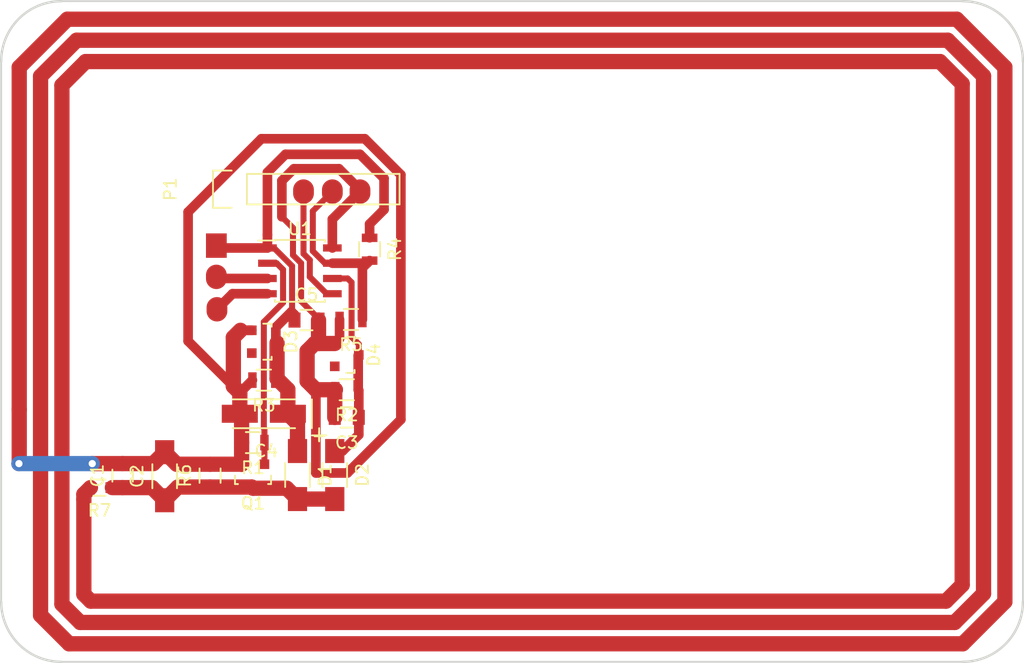
<source format=kicad_pcb>
(kicad_pcb (version 20160815) (host pcbnew 201609201018+7184~55~ubuntu14.04.1-)

  (general
    (links 40)
    (no_connects 0)
    (area 94.899999 64.899999 180.100001 120.100001)
    (thickness 1.6)
    (drawings 8)
    (tracks 155)
    (zones 0)
    (modules 19)
    (nets 10)
  )

  (page A4)
  (layers
    (0 F.Cu signal)
    (31 B.Cu signal)
    (32 B.Adhes user)
    (33 F.Adhes user)
    (34 B.Paste user)
    (35 F.Paste user)
    (36 B.SilkS user)
    (37 F.SilkS user)
    (38 B.Mask user)
    (39 F.Mask user)
    (40 Dwgs.User user)
    (41 Cmts.User user)
    (42 Eco1.User user)
    (43 Eco2.User user)
    (44 Edge.Cuts user)
    (45 Margin user)
    (46 B.CrtYd user)
    (47 F.CrtYd user)
    (48 B.Fab user)
    (49 F.Fab user)
  )

  (setup
    (last_trace_width 1.27)
    (user_trace_width 0.5)
    (user_trace_width 0.8)
    (user_trace_width 1.27)
    (trace_clearance 0.2)
    (zone_clearance 0.508)
    (zone_45_only no)
    (trace_min 0.2)
    (segment_width 0.2)
    (edge_width 0.2)
    (via_size 1)
    (via_drill 0.6)
    (via_min_size 0.4)
    (via_min_drill 0.3)
    (uvia_size 0.3)
    (uvia_drill 0.1)
    (uvias_allowed no)
    (uvia_min_size 0.2)
    (uvia_min_drill 0.1)
    (pcb_text_width 0.3)
    (pcb_text_size 1.5 1.5)
    (mod_edge_width 0.15)
    (mod_text_size 1 1)
    (mod_text_width 0.15)
    (pad_size 0.8001 0.8001)
    (pad_drill 0)
    (pad_to_mask_clearance 0.2)
    (aux_axis_origin 95 120)
    (visible_elements FFFFFF7F)
    (pcbplotparams
      (layerselection 0x01000_7fffffff)
      (usegerberextensions false)
      (excludeedgelayer true)
      (linewidth 0.100000)
      (plotframeref false)
      (viasonmask false)
      (mode 1)
      (useauxorigin true)
      (hpglpennumber 1)
      (hpglpenspeed 20)
      (hpglpendiameter 15)
      (psnegative false)
      (psa4output false)
      (plotreference true)
      (plotvalue true)
      (plotinvisibletext false)
      (padsonsilk false)
      (subtractmaskfromsilk false)
      (outputformat 1)
      (mirror false)
      (drillshape 0)
      (scaleselection 1)
      (outputdirectory grb/))
  )

  (net 0 "")
  (net 1 GND)
  (net 2 /MOD_RX)
  (net 3 VCC)
  (net 4 /FREE0)
  (net 5 /FREE1)
  (net 6 /FREE2)
  (net 7 /FREE3)
  (net 8 /MOD_TX)
  (net 9 "Net-(C1-Pad1)")

  (net_class Default "This is the default net class."
    (clearance 0.2)
    (trace_width 0.25)
    (via_dia 1)
    (via_drill 0.6)
    (uvia_dia 0.3)
    (uvia_drill 0.1)
    (diff_pair_gap 0.25)
    (diff_pair_width 0.2)
    (add_net /FREE0)
    (add_net /FREE1)
    (add_net /FREE2)
    (add_net /FREE3)
    (add_net /MOD_RX)
    (add_net /MOD_TX)
    (add_net GND)
    (add_net "Net-(C1-Pad1)")
    (add_net VCC)
  )

  (module Resistors_SMD:R_0603 (layer F.Cu) (tedit 57EAA1BF) (tstamp 57EA8D62)
    (at 103.175 105.5 180)
    (descr "Resistor SMD 0603, reflow soldering, Vishay (see dcrcw.pdf)")
    (tags "resistor 0603")
    (path /57EA8A61)
    (attr smd)
    (fp_text reference R7 (at 0 -1.9 180) (layer F.SilkS)
      (effects (font (size 1 1) (thickness 0.15)))
    )
    (fp_text value 0R (at 0 1.9 180) (layer F.Fab)
      (effects (font (size 1 1) (thickness 0.15)))
    )
    (fp_line (start -1.3 -0.8) (end 1.3 -0.8) (layer F.CrtYd) (width 0.05))
    (fp_line (start -1.3 0.8) (end 1.3 0.8) (layer F.CrtYd) (width 0.05))
    (fp_line (start -1.3 -0.8) (end -1.3 0.8) (layer F.CrtYd) (width 0.05))
    (fp_line (start 1.3 -0.8) (end 1.3 0.8) (layer F.CrtYd) (width 0.05))
    (fp_line (start 0.5 0.675) (end -0.5 0.675) (layer F.SilkS) (width 0.15))
    (fp_line (start -0.5 -0.675) (end 0.5 -0.675) (layer F.SilkS) (width 0.15))
    (pad 2 smd rect (at 0.75 0 180) (size 0.5 0.9) (layers F.Cu F.Paste F.Mask)
      (net 1 GND))
    (pad 1 smd rect (at -0.75 0 180) (size 0.5 0.9) (layers F.Cu F.Paste F.Mask)
      (net 9 "Net-(C1-Pad1)"))
    (model Resistors_SMD.3dshapes/R_0603.wrl
      (at (xyz 0 0 0))
      (scale (xyz 1 1 1))
      (rotate (xyz 0 0 0))
    )
  )

  (module Capacitors_SMD:C_0805 (layer F.Cu) (tedit 57EAA2DC) (tstamp 57EA7783)
    (at 105.1 104.5 90)
    (descr "Capacitor SMD 0805, reflow soldering, AVX (see smccp.pdf)")
    (tags "capacitor 0805")
    (path /57EA5D0D)
    (attr smd)
    (fp_text reference C1 (at 0 -2.1 90) (layer F.SilkS)
      (effects (font (size 1 1) (thickness 0.15)))
    )
    (fp_text value C (at 0 2.1 90) (layer F.Fab)
      (effects (font (size 1 1) (thickness 0.15)))
    )
    (fp_line (start -1.8 -1) (end 1.8 -1) (layer F.CrtYd) (width 0.05))
    (fp_line (start -1.8 1) (end 1.8 1) (layer F.CrtYd) (width 0.05))
    (fp_line (start -1.8 -1) (end -1.8 1) (layer F.CrtYd) (width 0.05))
    (fp_line (start 1.8 -1) (end 1.8 1) (layer F.CrtYd) (width 0.05))
    (fp_line (start 0.5 -0.85) (end -0.5 -0.85) (layer F.SilkS) (width 0.15))
    (fp_line (start -0.5 0.85) (end 0.5 0.85) (layer F.SilkS) (width 0.15))
    (pad 1 smd rect (at -1 0 90) (size 1 1.25) (layers F.Cu F.Paste F.Mask)
      (net 9 "Net-(C1-Pad1)"))
    (pad 2 smd rect (at 1 0 90) (size 1 1.25) (layers F.Cu F.Paste F.Mask)
      (net 1 GND))
    (model Capacitors_SMD.3dshapes/C_0805.wrl
      (at (xyz 0 0 0))
      (scale (xyz 1 1 1))
      (rotate (xyz 0 0 0))
    )
  )

  (module Capacitors_SMD:C_1206_HandSoldering (layer F.Cu) (tedit 57EAA2DC) (tstamp 57EA7789)
    (at 108.6 104.55 90)
    (descr "Capacitor SMD 1206, hand soldering")
    (tags "capacitor 1206")
    (path /57EA5D63)
    (attr smd)
    (fp_text reference C2 (at 0 -2.3 90) (layer F.SilkS)
      (effects (font (size 1 1) (thickness 0.15)))
    )
    (fp_text value CTRIM (at 0 2.3 90) (layer F.Fab)
      (effects (font (size 1 1) (thickness 0.15)))
    )
    (fp_line (start -3.3 -1.15) (end 3.3 -1.15) (layer F.CrtYd) (width 0.05))
    (fp_line (start -3.3 1.15) (end 3.3 1.15) (layer F.CrtYd) (width 0.05))
    (fp_line (start -3.3 -1.15) (end -3.3 1.15) (layer F.CrtYd) (width 0.05))
    (fp_line (start 3.3 -1.15) (end 3.3 1.15) (layer F.CrtYd) (width 0.05))
    (fp_line (start 1 -1.025) (end -1 -1.025) (layer F.SilkS) (width 0.15))
    (fp_line (start -1 1.025) (end 1 1.025) (layer F.SilkS) (width 0.15))
    (pad 1 smd rect (at -2 0 90) (size 2 1.6) (layers F.Cu F.Paste F.Mask)
      (net 9 "Net-(C1-Pad1)"))
    (pad 2 smd rect (at 2 0 90) (size 2 1.6) (layers F.Cu F.Paste F.Mask)
      (net 1 GND))
    (model Capacitors_SMD.3dshapes/C_1206_HandSoldering.wrl
      (at (xyz 0 0 0))
      (scale (xyz 1 1 1))
      (rotate (xyz 0 0 0))
    )
  )

  (module Capacitors_SMD:C_0805 (layer F.Cu) (tedit 57EAA2DC) (tstamp 57EA778F)
    (at 123.75 99.65 180)
    (descr "Capacitor SMD 0805, reflow soldering, AVX (see smccp.pdf)")
    (tags "capacitor 0805")
    (path /57EA6EBF)
    (attr smd)
    (fp_text reference C3 (at 0 -2.1 180) (layer F.SilkS)
      (effects (font (size 1 1) (thickness 0.15)))
    )
    (fp_text value C (at 0 2.1 180) (layer F.Fab)
      (effects (font (size 1 1) (thickness 0.15)))
    )
    (fp_line (start -0.5 0.85) (end 0.5 0.85) (layer F.SilkS) (width 0.15))
    (fp_line (start 0.5 -0.85) (end -0.5 -0.85) (layer F.SilkS) (width 0.15))
    (fp_line (start 1.8 -1) (end 1.8 1) (layer F.CrtYd) (width 0.05))
    (fp_line (start -1.8 -1) (end -1.8 1) (layer F.CrtYd) (width 0.05))
    (fp_line (start -1.8 1) (end 1.8 1) (layer F.CrtYd) (width 0.05))
    (fp_line (start -1.8 -1) (end 1.8 -1) (layer F.CrtYd) (width 0.05))
    (pad 2 smd rect (at 1 0 180) (size 1 1.25) (layers F.Cu F.Paste F.Mask)
      (net 1 GND))
    (pad 1 smd rect (at -1 0 180) (size 1 1.25) (layers F.Cu F.Paste F.Mask)
      (net 2 /MOD_RX))
    (model Capacitors_SMD.3dshapes/C_0805.wrl
      (at (xyz 0 0 0))
      (scale (xyz 1 1 1))
      (rotate (xyz 0 0 0))
    )
  )

  (module Capacitors_Tantalum_SMD:TantalC_SizeA_EIA-3216_HandSoldering (layer F.Cu) (tedit 57EAA2DC) (tstamp 57EA7795)
    (at 116.85 99.35 180)
    (descr "Tantal Cap. , Size A, EIA-3216, Hand Soldering,")
    (tags "Tantal Cap. , Size A, EIA-3216, Hand Soldering,")
    (path /57EAAB3E)
    (attr smd)
    (fp_text reference C4 (at -0.20066 -3.0988 180) (layer F.SilkS)
      (effects (font (size 1 1) (thickness 0.15)))
    )
    (fp_text value CP (at -0.09906 3.0988 180) (layer F.Fab)
      (effects (font (size 1 1) (thickness 0.15)))
    )
    (fp_line (start -3.99542 -1.19888) (end -3.99542 1.19888) (layer F.SilkS) (width 0.15))
    (fp_line (start -5.19938 -1.79832) (end -4.0005 -1.79832) (layer F.SilkS) (width 0.15))
    (fp_line (start -4.59994 -2.2987) (end -4.59994 -1.19888) (layer F.SilkS) (width 0.15))
    (fp_line (start 2.60096 -1.19888) (end -2.60096 -1.19888) (layer F.SilkS) (width 0.15))
    (fp_line (start -2.60096 1.19888) (end 2.60096 1.19888) (layer F.SilkS) (width 0.15))
    (fp_text user + (at -4.59994 -1.80086 180) (layer F.SilkS)
      (effects (font (size 1 1) (thickness 0.15)))
    )
    (pad 1 smd rect (at -1.99898 0 180) (size 2.99974 1.50114) (layers F.Cu F.Paste F.Mask)
      (net 3 VCC))
    (pad 2 smd rect (at 1.99898 0 180) (size 2.99974 1.50114) (layers F.Cu F.Paste F.Mask)
      (net 1 GND))
    (model Capacitors_Tantalum_SMD.3dshapes/TantalC_SizeA_EIA-3216_HandSoldering.wrl
      (at (xyz 0 0 0))
      (scale (xyz 1 1 1))
      (rotate (xyz 0 0 180))
    )
  )

  (module Capacitors_SMD:C_0805 (layer F.Cu) (tedit 57EAA2DC) (tstamp 57EA779B)
    (at 120.4 91.55)
    (descr "Capacitor SMD 0805, reflow soldering, AVX (see smccp.pdf)")
    (tags "capacitor 0805")
    (path /57EA9F14)
    (attr smd)
    (fp_text reference C5 (at 0 -2.1) (layer F.SilkS)
      (effects (font (size 1 1) (thickness 0.15)))
    )
    (fp_text value C (at 0 2.1) (layer F.Fab)
      (effects (font (size 1 1) (thickness 0.15)))
    )
    (fp_line (start -1.8 -1) (end 1.8 -1) (layer F.CrtYd) (width 0.05))
    (fp_line (start -1.8 1) (end 1.8 1) (layer F.CrtYd) (width 0.05))
    (fp_line (start -1.8 -1) (end -1.8 1) (layer F.CrtYd) (width 0.05))
    (fp_line (start 1.8 -1) (end 1.8 1) (layer F.CrtYd) (width 0.05))
    (fp_line (start 0.5 -0.85) (end -0.5 -0.85) (layer F.SilkS) (width 0.15))
    (fp_line (start -0.5 0.85) (end 0.5 0.85) (layer F.SilkS) (width 0.15))
    (pad 1 smd rect (at -1 0) (size 1 1.25) (layers F.Cu F.Paste F.Mask)
      (net 3 VCC))
    (pad 2 smd rect (at 1 0) (size 1 1.25) (layers F.Cu F.Paste F.Mask)
      (net 1 GND))
    (model Capacitors_SMD.3dshapes/C_0805.wrl
      (at (xyz 0 0 0))
      (scale (xyz 1 1 1))
      (rotate (xyz 0 0 0))
    )
  )

  (module Capacitors_SMD:C_1206_HandSoldering (layer F.Cu) (tedit 57EAA2DC) (tstamp 57EA77A1)
    (at 119.65 104.45 270)
    (descr "Capacitor SMD 1206, hand soldering")
    (tags "capacitor 1206")
    (path /57EA5F4B)
    (attr smd)
    (fp_text reference D1 (at 0 -2.3 270) (layer F.SilkS)
      (effects (font (size 1 1) (thickness 0.15)))
    )
    (fp_text value D_Schottky (at 0 2.3 270) (layer F.Fab)
      (effects (font (size 1 1) (thickness 0.15)))
    )
    (fp_line (start -1 1.025) (end 1 1.025) (layer F.SilkS) (width 0.15))
    (fp_line (start 1 -1.025) (end -1 -1.025) (layer F.SilkS) (width 0.15))
    (fp_line (start 3.3 -1.15) (end 3.3 1.15) (layer F.CrtYd) (width 0.05))
    (fp_line (start -3.3 -1.15) (end -3.3 1.15) (layer F.CrtYd) (width 0.05))
    (fp_line (start -3.3 1.15) (end 3.3 1.15) (layer F.CrtYd) (width 0.05))
    (fp_line (start -3.3 -1.15) (end 3.3 -1.15) (layer F.CrtYd) (width 0.05))
    (pad 2 smd rect (at 2 0 270) (size 2 1.6) (layers F.Cu F.Paste F.Mask)
      (net 9 "Net-(C1-Pad1)"))
    (pad 1 smd rect (at -2 0 270) (size 2 1.6) (layers F.Cu F.Paste F.Mask)
      (net 3 VCC))
    (model Capacitors_SMD.3dshapes/C_1206_HandSoldering.wrl
      (at (xyz 0 0 0))
      (scale (xyz 1 1 1))
      (rotate (xyz 0 0 0))
    )
  )

  (module Capacitors_SMD:C_1206_HandSoldering (layer F.Cu) (tedit 57EAA2DC) (tstamp 57EA77A7)
    (at 122.75 104.45 270)
    (descr "Capacitor SMD 1206, hand soldering")
    (tags "capacitor 1206")
    (path /57EA6FEF)
    (attr smd)
    (fp_text reference D2 (at 0 -2.3 270) (layer F.SilkS)
      (effects (font (size 1 1) (thickness 0.15)))
    )
    (fp_text value D (at 0 2.3 270) (layer F.Fab)
      (effects (font (size 1 1) (thickness 0.15)))
    )
    (fp_line (start -3.3 -1.15) (end 3.3 -1.15) (layer F.CrtYd) (width 0.05))
    (fp_line (start -3.3 1.15) (end 3.3 1.15) (layer F.CrtYd) (width 0.05))
    (fp_line (start -3.3 -1.15) (end -3.3 1.15) (layer F.CrtYd) (width 0.05))
    (fp_line (start 3.3 -1.15) (end 3.3 1.15) (layer F.CrtYd) (width 0.05))
    (fp_line (start 1 -1.025) (end -1 -1.025) (layer F.SilkS) (width 0.15))
    (fp_line (start -1 1.025) (end 1 1.025) (layer F.SilkS) (width 0.15))
    (pad 1 smd rect (at -2 0 270) (size 2 1.6) (layers F.Cu F.Paste F.Mask)
      (net 2 /MOD_RX))
    (pad 2 smd rect (at 2 0 270) (size 2 1.6) (layers F.Cu F.Paste F.Mask)
      (net 9 "Net-(C1-Pad1)"))
    (model Capacitors_SMD.3dshapes/C_1206_HandSoldering.wrl
      (at (xyz 0 0 0))
      (scale (xyz 1 1 1))
      (rotate (xyz 0 0 0))
    )
  )

  (module TO_SOT_Packages_SMD:SOT-23 (layer F.Cu) (tedit 57EAA2DC) (tstamp 57EA77AE)
    (at 116.85 93.35 270)
    (descr "SOT-23, Standard")
    (tags SOT-23)
    (path /57EA62A2)
    (attr smd)
    (fp_text reference D3 (at 0 -2.25 270) (layer F.SilkS)
      (effects (font (size 1 1) (thickness 0.15)))
    )
    (fp_text value ZENER (at 0 2.3 270) (layer F.Fab)
      (effects (font (size 1 1) (thickness 0.15)))
    )
    (fp_line (start 1.49982 -0.65024) (end 1.49982 0.0508) (layer F.SilkS) (width 0.15))
    (fp_line (start 1.29916 -0.65024) (end 1.49982 -0.65024) (layer F.SilkS) (width 0.15))
    (fp_line (start -1.49982 -0.65024) (end -1.2509 -0.65024) (layer F.SilkS) (width 0.15))
    (fp_line (start -1.49982 0.0508) (end -1.49982 -0.65024) (layer F.SilkS) (width 0.15))
    (fp_line (start 1.29916 -0.65024) (end 1.2509 -0.65024) (layer F.SilkS) (width 0.15))
    (fp_line (start -1.65 1.6) (end -1.65 -1.6) (layer F.CrtYd) (width 0.05))
    (fp_line (start 1.65 1.6) (end -1.65 1.6) (layer F.CrtYd) (width 0.05))
    (fp_line (start 1.65 -1.6) (end 1.65 1.6) (layer F.CrtYd) (width 0.05))
    (fp_line (start -1.65 -1.6) (end 1.65 -1.6) (layer F.CrtYd) (width 0.05))
    (pad 1 smd rect (at 0 -0.99822 270) (size 0.8001 0.8001) (layers F.Cu F.Paste F.Mask)
      (net 3 VCC))
    (pad 3 smd rect (at 0.95 1.00076 270) (size 0.8001 0.8001) (layers F.Cu F.Paste F.Mask))
    (pad 2 smd rect (at -0.95 1.00076 270) (size 0.8001 0.8001) (layers F.Cu F.Paste F.Mask)
      (net 1 GND))
    (model TO_SOT_Packages_SMD.3dshapes/SOT-23.wrl
      (at (xyz 0 0 0))
      (scale (xyz 1 1 1))
      (rotate (xyz 0 0 0))
    )
  )

  (module TO_SOT_Packages_SMD:SOT-23 (layer F.Cu) (tedit 57EAA2DC) (tstamp 57EA77B5)
    (at 123.75 94.45 270)
    (descr "SOT-23, Standard")
    (tags SOT-23)
    (path /57EAA3A1)
    (attr smd)
    (fp_text reference D4 (at 0 -2.25 270) (layer F.SilkS)
      (effects (font (size 1 1) (thickness 0.15)))
    )
    (fp_text value ZENER (at 0 2.3 270) (layer F.Fab)
      (effects (font (size 1 1) (thickness 0.15)))
    )
    (fp_line (start -1.65 -1.6) (end 1.65 -1.6) (layer F.CrtYd) (width 0.05))
    (fp_line (start 1.65 -1.6) (end 1.65 1.6) (layer F.CrtYd) (width 0.05))
    (fp_line (start 1.65 1.6) (end -1.65 1.6) (layer F.CrtYd) (width 0.05))
    (fp_line (start -1.65 1.6) (end -1.65 -1.6) (layer F.CrtYd) (width 0.05))
    (fp_line (start 1.29916 -0.65024) (end 1.2509 -0.65024) (layer F.SilkS) (width 0.15))
    (fp_line (start -1.49982 0.0508) (end -1.49982 -0.65024) (layer F.SilkS) (width 0.15))
    (fp_line (start -1.49982 -0.65024) (end -1.2509 -0.65024) (layer F.SilkS) (width 0.15))
    (fp_line (start 1.29916 -0.65024) (end 1.49982 -0.65024) (layer F.SilkS) (width 0.15))
    (fp_line (start 1.49982 -0.65024) (end 1.49982 0.0508) (layer F.SilkS) (width 0.15))
    (pad 2 smd rect (at -0.95 1.00076 270) (size 0.8001 0.8001) (layers F.Cu F.Paste F.Mask)
      (net 1 GND))
    (pad 3 smd rect (at 0.95 1.00076 270) (size 0.8001 0.8001) (layers F.Cu F.Paste F.Mask))
    (pad 1 smd rect (at 0 -0.99822 270) (size 0.8001 0.8001) (layers F.Cu F.Paste F.Mask)
      (net 2 /MOD_RX))
    (model TO_SOT_Packages_SMD.3dshapes/SOT-23.wrl
      (at (xyz 0 0 0))
      (scale (xyz 1 1 1))
      (rotate (xyz 0 0 0))
    )
  )

  (module Pin_Headers:Pin_Header_Straight_1x06 (layer F.Cu) (tedit 57EAA2DC) (tstamp 57EA77BF)
    (at 114.17 80.65 90)
    (descr "Through hole pin header")
    (tags "pin header")
    (path /57EA97A6)
    (fp_text reference P1 (at 0 -5.1 90) (layer F.SilkS)
      (effects (font (size 1 1) (thickness 0.15)))
    )
    (fp_text value CONN_01X06 (at 0 -3.1 90) (layer F.Fab)
      (effects (font (size 1 1) (thickness 0.15)))
    )
    (fp_line (start -1.55 -1.55) (end 1.55 -1.55) (layer F.SilkS) (width 0.15))
    (fp_line (start -1.55 0) (end -1.55 -1.55) (layer F.SilkS) (width 0.15))
    (fp_line (start 1.27 1.27) (end -1.27 1.27) (layer F.SilkS) (width 0.15))
    (fp_line (start 1.55 -1.55) (end 1.55 0) (layer F.SilkS) (width 0.15))
    (fp_line (start -1.27 13.97) (end -1.27 1.27) (layer F.SilkS) (width 0.15))
    (fp_line (start 1.27 13.97) (end -1.27 13.97) (layer F.SilkS) (width 0.15))
    (fp_line (start 1.27 1.27) (end 1.27 13.97) (layer F.SilkS) (width 0.15))
    (fp_line (start -1.75 14.45) (end 1.75 14.45) (layer F.CrtYd) (width 0.05))
    (fp_line (start -1.75 -1.75) (end 1.75 -1.75) (layer F.CrtYd) (width 0.05))
    (fp_line (start 1.75 -1.75) (end 1.75 14.45) (layer F.CrtYd) (width 0.05))
    (fp_line (start -1.75 -1.75) (end -1.75 14.45) (layer F.CrtYd) (width 0.05))
    (pad 6 smd oval (at -0.2 10.68 90) (size 2.032 1.7272) (layers F.Cu F.Paste F.Mask)
      (net 1 GND))
    (pad 5 smd oval (at -0.2 8.38 90) (size 2.032 1.7272) (layers F.Cu F.Paste F.Mask)
      (net 7 /FREE3))
    (pad 4 smd oval (at -0.2 5.98 90) (size 2.032 1.7272) (layers F.Cu F.Paste F.Mask)
      (net 6 /FREE2))
    (pad 3 smd oval (at -10 -1.22 90) (size 2.032 1.7272) (layers F.Cu F.Paste F.Mask)
      (net 5 /FREE1))
    (pad 2 smd oval (at -7.3 -1.27 90) (size 2.032 1.7272) (layers F.Cu F.Paste F.Mask)
      (net 4 /FREE0))
    (pad 1 smd rect (at -4.7 -1.27 90) (size 2.032 1.7272) (layers F.Cu F.Paste F.Mask)
      (net 3 VCC))
    (model Pin_Headers.3dshapes/Pin_Header_Straight_1x06.wrl
      (at (xyz 0 -0.25 0))
      (scale (xyz 1 1 1))
      (rotate (xyz 0 0 90))
    )
  )

  (module TO_SOT_Packages_SMD:SOT-23 (layer F.Cu) (tedit 57EAA2DC) (tstamp 57EA77C6)
    (at 115.95 104.55 180)
    (descr "SOT-23, Standard")
    (tags SOT-23)
    (path /57EA68C5)
    (attr smd)
    (fp_text reference Q1 (at 0 -2.25 180) (layer F.SilkS)
      (effects (font (size 1 1) (thickness 0.15)))
    )
    (fp_text value Q_NMOS_GSD (at 0 2.3 180) (layer F.Fab)
      (effects (font (size 1 1) (thickness 0.15)))
    )
    (fp_line (start -1.65 -1.6) (end 1.65 -1.6) (layer F.CrtYd) (width 0.05))
    (fp_line (start 1.65 -1.6) (end 1.65 1.6) (layer F.CrtYd) (width 0.05))
    (fp_line (start 1.65 1.6) (end -1.65 1.6) (layer F.CrtYd) (width 0.05))
    (fp_line (start -1.65 1.6) (end -1.65 -1.6) (layer F.CrtYd) (width 0.05))
    (fp_line (start 1.29916 -0.65024) (end 1.2509 -0.65024) (layer F.SilkS) (width 0.15))
    (fp_line (start -1.49982 0.0508) (end -1.49982 -0.65024) (layer F.SilkS) (width 0.15))
    (fp_line (start -1.49982 -0.65024) (end -1.2509 -0.65024) (layer F.SilkS) (width 0.15))
    (fp_line (start 1.29916 -0.65024) (end 1.49982 -0.65024) (layer F.SilkS) (width 0.15))
    (fp_line (start 1.49982 -0.65024) (end 1.49982 0.0508) (layer F.SilkS) (width 0.15))
    (pad 1 smd rect (at -0.95 1.00076 180) (size 0.8001 0.8001) (layers F.Cu F.Paste F.Mask)
      (net 8 /MOD_TX))
    (pad 2 smd rect (at 0.95 1.00076 180) (size 0.8001 0.8001) (layers F.Cu F.Paste F.Mask)
      (net 1 GND))
    (pad 3 smd rect (at 0 -0.99822 180) (size 0.8001 0.8001) (layers F.Cu F.Paste F.Mask)
      (net 9 "Net-(C1-Pad1)"))
    (model TO_SOT_Packages_SMD.3dshapes/SOT-23.wrl
      (at (xyz 0 0 0))
      (scale (xyz 1 1 1))
      (rotate (xyz 0 0 0))
    )
  )

  (module Resistors_SMD:R_0805 (layer F.Cu) (tedit 57EAA2DC) (tstamp 57EA77CC)
    (at 115.95 101.75 180)
    (descr "Resistor SMD 0805, reflow soldering, Vishay (see dcrcw.pdf)")
    (tags "resistor 0805")
    (path /57EA771B)
    (attr smd)
    (fp_text reference R1 (at 0 -2.1 180) (layer F.SilkS)
      (effects (font (size 1 1) (thickness 0.15)))
    )
    (fp_text value R (at 0 2.1 180) (layer F.Fab)
      (effects (font (size 1 1) (thickness 0.15)))
    )
    (fp_line (start -1.6 -1) (end 1.6 -1) (layer F.CrtYd) (width 0.05))
    (fp_line (start -1.6 1) (end 1.6 1) (layer F.CrtYd) (width 0.05))
    (fp_line (start -1.6 -1) (end -1.6 1) (layer F.CrtYd) (width 0.05))
    (fp_line (start 1.6 -1) (end 1.6 1) (layer F.CrtYd) (width 0.05))
    (fp_line (start 0.6 0.875) (end -0.6 0.875) (layer F.SilkS) (width 0.15))
    (fp_line (start -0.6 -0.875) (end 0.6 -0.875) (layer F.SilkS) (width 0.15))
    (pad 1 smd rect (at -0.95 0 180) (size 0.7 1.3) (layers F.Cu F.Paste F.Mask)
      (net 8 /MOD_TX))
    (pad 2 smd rect (at 0.95 0 180) (size 0.7 1.3) (layers F.Cu F.Paste F.Mask)
      (net 1 GND))
    (model Resistors_SMD.3dshapes/R_0805.wrl
      (at (xyz 0 0 0))
      (scale (xyz 1 1 1))
      (rotate (xyz 0 0 0))
    )
  )

  (module Resistors_SMD:R_0805 (layer F.Cu) (tedit 57EAA2DC) (tstamp 57EA77D2)
    (at 123.75 97.35 180)
    (descr "Resistor SMD 0805, reflow soldering, Vishay (see dcrcw.pdf)")
    (tags "resistor 0805")
    (path /57EA72F6)
    (attr smd)
    (fp_text reference R2 (at 0 -2.1 180) (layer F.SilkS)
      (effects (font (size 1 1) (thickness 0.15)))
    )
    (fp_text value R (at 0 2.1 180) (layer F.Fab)
      (effects (font (size 1 1) (thickness 0.15)))
    )
    (fp_line (start -1.6 -1) (end 1.6 -1) (layer F.CrtYd) (width 0.05))
    (fp_line (start -1.6 1) (end 1.6 1) (layer F.CrtYd) (width 0.05))
    (fp_line (start -1.6 -1) (end -1.6 1) (layer F.CrtYd) (width 0.05))
    (fp_line (start 1.6 -1) (end 1.6 1) (layer F.CrtYd) (width 0.05))
    (fp_line (start 0.6 0.875) (end -0.6 0.875) (layer F.SilkS) (width 0.15))
    (fp_line (start -0.6 -0.875) (end 0.6 -0.875) (layer F.SilkS) (width 0.15))
    (pad 1 smd rect (at -0.95 0 180) (size 0.7 1.3) (layers F.Cu F.Paste F.Mask)
      (net 2 /MOD_RX))
    (pad 2 smd rect (at 0.95 0 180) (size 0.7 1.3) (layers F.Cu F.Paste F.Mask)
      (net 1 GND))
    (model Resistors_SMD.3dshapes/R_0805.wrl
      (at (xyz 0 0 0))
      (scale (xyz 1 1 1))
      (rotate (xyz 0 0 0))
    )
  )

  (module Resistors_SMD:R_0805 (layer F.Cu) (tedit 57EAA2DC) (tstamp 57EA77D8)
    (at 116.85 96.55 180)
    (descr "Resistor SMD 0805, reflow soldering, Vishay (see dcrcw.pdf)")
    (tags "resistor 0805")
    (path /57EA7376)
    (attr smd)
    (fp_text reference R3 (at 0 -2.1 180) (layer F.SilkS)
      (effects (font (size 1 1) (thickness 0.15)))
    )
    (fp_text value R (at 0 2.1 180) (layer F.Fab)
      (effects (font (size 1 1) (thickness 0.15)))
    )
    (fp_line (start -0.6 -0.875) (end 0.6 -0.875) (layer F.SilkS) (width 0.15))
    (fp_line (start 0.6 0.875) (end -0.6 0.875) (layer F.SilkS) (width 0.15))
    (fp_line (start 1.6 -1) (end 1.6 1) (layer F.CrtYd) (width 0.05))
    (fp_line (start -1.6 -1) (end -1.6 1) (layer F.CrtYd) (width 0.05))
    (fp_line (start -1.6 1) (end 1.6 1) (layer F.CrtYd) (width 0.05))
    (fp_line (start -1.6 -1) (end 1.6 -1) (layer F.CrtYd) (width 0.05))
    (pad 2 smd rect (at 0.95 0 180) (size 0.7 1.3) (layers F.Cu F.Paste F.Mask)
      (net 1 GND))
    (pad 1 smd rect (at -0.95 0 180) (size 0.7 1.3) (layers F.Cu F.Paste F.Mask)
      (net 3 VCC))
    (model Resistors_SMD.3dshapes/R_0805.wrl
      (at (xyz 0 0 0))
      (scale (xyz 1 1 1))
      (rotate (xyz 0 0 0))
    )
  )

  (module Resistors_SMD:R_0805 (layer F.Cu) (tedit 57EAA2DC) (tstamp 57EA77DE)
    (at 125.65 85.65 270)
    (descr "Resistor SMD 0805, reflow soldering, Vishay (see dcrcw.pdf)")
    (tags "resistor 0805")
    (path /57EA7C47)
    (attr smd)
    (fp_text reference R4 (at 0 -2.1 270) (layer F.SilkS)
      (effects (font (size 1 1) (thickness 0.15)))
    )
    (fp_text value R (at 0 2.1 270) (layer F.Fab)
      (effects (font (size 1 1) (thickness 0.15)))
    )
    (fp_line (start -0.6 -0.875) (end 0.6 -0.875) (layer F.SilkS) (width 0.15))
    (fp_line (start 0.6 0.875) (end -0.6 0.875) (layer F.SilkS) (width 0.15))
    (fp_line (start 1.6 -1) (end 1.6 1) (layer F.CrtYd) (width 0.05))
    (fp_line (start -1.6 -1) (end -1.6 1) (layer F.CrtYd) (width 0.05))
    (fp_line (start -1.6 1) (end 1.6 1) (layer F.CrtYd) (width 0.05))
    (fp_line (start -1.6 -1) (end 1.6 -1) (layer F.CrtYd) (width 0.05))
    (pad 2 smd rect (at 0.95 0 270) (size 0.7 1.3) (layers F.Cu F.Paste F.Mask)
      (net 7 /FREE3))
    (pad 1 smd rect (at -0.95 0 270) (size 0.7 1.3) (layers F.Cu F.Paste F.Mask)
      (net 3 VCC))
    (model Resistors_SMD.3dshapes/R_0805.wrl
      (at (xyz 0 0 0))
      (scale (xyz 1 1 1))
      (rotate (xyz 0 0 0))
    )
  )

  (module Resistors_SMD:R_0805 (layer F.Cu) (tedit 57EAA2DC) (tstamp 57EA77E4)
    (at 124.1 91.5 180)
    (descr "Resistor SMD 0805, reflow soldering, Vishay (see dcrcw.pdf)")
    (tags "resistor 0805")
    (path /57EA7CBA)
    (attr smd)
    (fp_text reference R5 (at 0 -2.1 180) (layer F.SilkS)
      (effects (font (size 1 1) (thickness 0.15)))
    )
    (fp_text value R (at 0 2.1 180) (layer F.Fab)
      (effects (font (size 1 1) (thickness 0.15)))
    )
    (fp_line (start -0.6 -0.875) (end 0.6 -0.875) (layer F.SilkS) (width 0.15))
    (fp_line (start 0.6 0.875) (end -0.6 0.875) (layer F.SilkS) (width 0.15))
    (fp_line (start 1.6 -1) (end 1.6 1) (layer F.CrtYd) (width 0.05))
    (fp_line (start -1.6 -1) (end -1.6 1) (layer F.CrtYd) (width 0.05))
    (fp_line (start -1.6 1) (end 1.6 1) (layer F.CrtYd) (width 0.05))
    (fp_line (start -1.6 -1) (end 1.6 -1) (layer F.CrtYd) (width 0.05))
    (pad 2 smd rect (at 0.95 0 180) (size 0.7 1.3) (layers F.Cu F.Paste F.Mask)
      (net 1 GND))
    (pad 1 smd rect (at -0.95 0 180) (size 0.7 1.3) (layers F.Cu F.Paste F.Mask)
      (net 7 /FREE3))
    (model Resistors_SMD.3dshapes/R_0805.wrl
      (at (xyz 0 0 0))
      (scale (xyz 1 1 1))
      (rotate (xyz 0 0 0))
    )
  )

  (module Housings_SOIC:SOIC-8_3.9x4.9mm_Pitch1.27mm (layer F.Cu) (tedit 57EAA2DC) (tstamp 57EA77F0)
    (at 119.85 87.45)
    (descr "8-Lead Plastic Small Outline (SN) - Narrow, 3.90 mm Body [SOIC] (see Microchip Packaging Specification 00000049BS.pdf)")
    (tags "SOIC 1.27")
    (path /57EA8E99)
    (attr smd)
    (fp_text reference U1 (at 0 -3.5) (layer F.SilkS)
      (effects (font (size 1 1) (thickness 0.15)))
    )
    (fp_text value PIC12LF1612-E/SN (at 0 3.5) (layer F.Fab)
      (effects (font (size 1 1) (thickness 0.15)))
    )
    (fp_line (start -2.075 -2.525) (end -3.475 -2.525) (layer F.SilkS) (width 0.15))
    (fp_line (start -2.075 2.575) (end 2.075 2.575) (layer F.SilkS) (width 0.15))
    (fp_line (start -2.075 -2.575) (end 2.075 -2.575) (layer F.SilkS) (width 0.15))
    (fp_line (start -2.075 2.575) (end -2.075 2.43) (layer F.SilkS) (width 0.15))
    (fp_line (start 2.075 2.575) (end 2.075 2.43) (layer F.SilkS) (width 0.15))
    (fp_line (start 2.075 -2.575) (end 2.075 -2.43) (layer F.SilkS) (width 0.15))
    (fp_line (start -2.075 -2.575) (end -2.075 -2.525) (layer F.SilkS) (width 0.15))
    (fp_line (start -3.75 2.75) (end 3.75 2.75) (layer F.CrtYd) (width 0.05))
    (fp_line (start -3.75 -2.75) (end 3.75 -2.75) (layer F.CrtYd) (width 0.05))
    (fp_line (start 3.75 -2.75) (end 3.75 2.75) (layer F.CrtYd) (width 0.05))
    (fp_line (start -3.75 -2.75) (end -3.75 2.75) (layer F.CrtYd) (width 0.05))
    (fp_line (start -1.95 2.45) (end 1.95 2.45) (layer F.Fab) (width 0.15))
    (fp_line (start 1.95 2.45) (end 1.95 -2.45) (layer F.Fab) (width 0.15))
    (fp_line (start 1.95 -2.45) (end -1.95 -2.45) (layer F.Fab) (width 0.15))
    (fp_line (start -1.95 -2.45) (end -1.95 2.45) (layer F.Fab) (width 0.15))
    (fp_circle (center -1.5 -2) (end -1.75 -2) (layer F.Fab) (width 0.15))
    (pad 8 smd rect (at 2.7 -1.905) (size 1.55 0.6) (layers F.Cu F.Paste F.Mask)
      (net 1 GND))
    (pad 7 smd rect (at 2.7 -0.635) (size 1.55 0.6) (layers F.Cu F.Paste F.Mask)
      (net 7 /FREE3))
    (pad 6 smd rect (at 2.7 0.635) (size 1.55 0.6) (layers F.Cu F.Paste F.Mask)
      (net 2 /MOD_RX))
    (pad 5 smd rect (at 2.7 1.905) (size 1.55 0.6) (layers F.Cu F.Paste F.Mask)
      (net 6 /FREE2))
    (pad 4 smd rect (at -2.7 1.905) (size 1.55 0.6) (layers F.Cu F.Paste F.Mask)
      (net 5 /FREE1))
    (pad 3 smd rect (at -2.7 0.635) (size 1.55 0.6) (layers F.Cu F.Paste F.Mask)
      (net 4 /FREE0))
    (pad 2 smd rect (at -2.7 -0.635) (size 1.55 0.6) (layers F.Cu F.Paste F.Mask)
      (net 8 /MOD_TX))
    (pad 1 smd rect (at -2.7 -1.905) (size 1.55 0.6) (layers F.Cu F.Paste F.Mask)
      (net 3 VCC))
    (model Housings_SOIC.3dshapes/SOIC-8_3.9x4.9mm_Pitch1.27mm.wrl
      (at (xyz 0 0 0))
      (scale (xyz 1 1 1))
      (rotate (xyz 0 0 0))
    )
  )

  (module Resistors_SMD:R_0805 (layer F.Cu) (tedit 57EAA2DC) (tstamp 57EA7C9E)
    (at 112.375 104.5 90)
    (descr "Resistor SMD 0805, reflow soldering, Vishay (see dcrcw.pdf)")
    (tags "resistor 0805")
    (path /57EAB09B)
    (attr smd)
    (fp_text reference R6 (at 0 -2.1 90) (layer F.SilkS)
      (effects (font (size 1 1) (thickness 0.15)))
    )
    (fp_text value R (at 0 2.1 90) (layer F.Fab)
      (effects (font (size 1 1) (thickness 0.15)))
    )
    (fp_line (start -1.6 -1) (end 1.6 -1) (layer F.CrtYd) (width 0.05))
    (fp_line (start -1.6 1) (end 1.6 1) (layer F.CrtYd) (width 0.05))
    (fp_line (start -1.6 -1) (end -1.6 1) (layer F.CrtYd) (width 0.05))
    (fp_line (start 1.6 -1) (end 1.6 1) (layer F.CrtYd) (width 0.05))
    (fp_line (start 0.6 0.875) (end -0.6 0.875) (layer F.SilkS) (width 0.15))
    (fp_line (start -0.6 -0.875) (end 0.6 -0.875) (layer F.SilkS) (width 0.15))
    (pad 1 smd rect (at -0.95 0 90) (size 0.7 1.3) (layers F.Cu F.Paste F.Mask)
      (net 9 "Net-(C1-Pad1)"))
    (pad 2 smd rect (at 0.95 0 90) (size 0.7 1.3) (layers F.Cu F.Paste F.Mask)
      (net 1 GND))
    (model Resistors_SMD.3dshapes/R_0805.wrl
      (at (xyz 0 0 0))
      (scale (xyz 1 1 1))
      (rotate (xyz 0 0 0))
    )
  )

  (gr_arc (start 100 70) (end 95 70) (angle 90) (layer Edge.Cuts) (width 0.2))
  (gr_arc (start 100 115) (end 100 120) (angle 90) (layer Edge.Cuts) (width 0.2))
  (gr_arc (start 175 115) (end 180 115) (angle 90) (layer Edge.Cuts) (width 0.2))
  (gr_arc (start 175 70) (end 175 65) (angle 90) (layer Edge.Cuts) (width 0.2))
  (gr_line (start 95 115) (end 95 70) (layer Edge.Cuts) (width 0.15))
  (gr_line (start 175 120) (end 100 120) (layer Edge.Cuts) (width 0.15))
  (gr_line (start 180 70) (end 180 115) (layer Edge.Cuts) (width 0.15))
  (gr_line (start 100 65) (end 175 65) (layer Edge.Cuts) (width 0.15))

  (segment (start 102.575 103.5) (end 105.1 103.5) (width 1.27) (layer F.Cu) (net 1))
  (segment (start 96.475 103.5) (end 102.575 103.5) (width 1.27) (layer B.Cu) (net 1))
  (via (at 102.575 103.5) (size 1) (drill 0.6) (layers F.Cu B.Cu) (net 1))
  (segment (start 96.500008 99) (end 96.500008 103.474992) (width 1.27) (layer F.Cu) (net 1))
  (segment (start 96.500008 103.474992) (end 96.475 103.5) (width 1.27) (layer F.Cu) (net 1))
  (via (at 96.475 103.5) (size 1) (drill 0.6) (layers F.Cu B.Cu) (net 1))
  (segment (start 101.875 114.375) (end 101.875 106.475) (width 1.27) (layer F.Cu) (net 1))
  (segment (start 102.425 105.5) (end 101.875 106.05) (width 1.27) (layer F.Cu) (net 1))
  (segment (start 101.875 106.05) (end 101.875 106.475) (width 1.27) (layer F.Cu) (net 1))
  (segment (start 119.275 83.875) (end 118.35 82.95) (width 0.5) (layer F.Cu) (net 1))
  (segment (start 119.275 86.134931) (end 119.275 83.875) (width 0.5) (layer F.Cu) (net 1))
  (segment (start 119.95 89.975) (end 119.95 86.809931) (width 0.5) (layer F.Cu) (net 1))
  (segment (start 119.95 86.809931) (end 119.275 86.134931) (width 0.5) (layer F.Cu) (net 1))
  (segment (start 121.4 91.55) (end 121.4 91.425) (width 0.5) (layer F.Cu) (net 1))
  (segment (start 121.4 91.425) (end 119.95 89.975) (width 0.5) (layer F.Cu) (net 1))
  (segment (start 121.18 97.35) (end 121.18 104.28) (width 0.8) (layer F.Cu) (net 1))
  (segment (start 121.18 104.28) (end 123.800002 104.28) (width 0.8) (layer F.Cu) (net 1))
  (segment (start 123.800002 104.28) (end 128.25 99.830002) (width 0.8) (layer F.Cu) (net 1))
  (segment (start 128.25 99.830002) (end 128.25 79.45) (width 0.8) (layer F.Cu) (net 1))
  (segment (start 110.55 82.55) (end 110.55 93.29796) (width 0.8) (layer F.Cu) (net 1))
  (segment (start 128.25 79.45) (end 125.25 76.45) (width 0.8) (layer F.Cu) (net 1))
  (segment (start 125.25 76.45) (end 116.65 76.45) (width 0.8) (layer F.Cu) (net 1))
  (segment (start 116.65 76.45) (end 110.55 82.55) (width 0.8) (layer F.Cu) (net 1))
  (segment (start 110.55 93.29796) (end 114.314189 97.062149) (width 0.8) (layer F.Cu) (net 1))
  (segment (start 122.55 85.545) (end 122.55 83.15) (width 0.8) (layer F.Cu) (net 1))
  (segment (start 122.55 83.15) (end 124.85 80.85) (width 0.8) (layer F.Cu) (net 1))
  (segment (start 123.1024 78.95) (end 124.85 80.6976) (width 0.8) (layer F.Cu) (net 1))
  (segment (start 124.85 80.6976) (end 124.85 80.85) (width 0.8) (layer F.Cu) (net 1))
  (segment (start 119.35 78.95) (end 123.1024 78.95) (width 0.8) (layer F.Cu) (net 1))
  (segment (start 118.35 82.95) (end 118.35 79.95) (width 0.8) (layer F.Cu) (net 1))
  (segment (start 118.35 79.95) (end 119.35 78.95) (width 0.8) (layer F.Cu) (net 1))
  (segment (start 121.4 91.55) (end 121.4 93.445) (width 1.27) (layer F.Cu) (net 1))
  (segment (start 121.4 93.445) (end 121.345 93.5) (width 1.27) (layer F.Cu) (net 1))
  (segment (start 121.345 93.5) (end 121.07919 93.5) (width 1.27) (layer F.Cu) (net 1))
  (segment (start 122.8 97.35) (end 121.18 97.35) (width 1.27) (layer F.Cu) (net 1))
  (segment (start 121.07919 93.5) (end 122.74924 93.5) (width 1.27) (layer F.Cu) (net 1))
  (segment (start 121.18 97.35) (end 120.45 96.62) (width 1.27) (layer F.Cu) (net 1))
  (segment (start 120.45 96.62) (end 120.45 94.12919) (width 1.27) (layer F.Cu) (net 1))
  (segment (start 120.45 94.12919) (end 121.07919 93.5) (width 1.27) (layer F.Cu) (net 1))
  (segment (start 122.75 99.65) (end 122.75 97.4) (width 1.27) (layer F.Cu) (net 1))
  (segment (start 122.75 97.4) (end 122.8 97.35) (width 1.27) (layer F.Cu) (net 1))
  (segment (start 123.15 91.5) (end 123.15 93.09924) (width 0.8) (layer F.Cu) (net 1))
  (segment (start 123.15 93.09924) (end 122.74924 93.5) (width 0.8) (layer F.Cu) (net 1))
  (segment (start 115.9 96.55) (end 114.85102 97.59898) (width 0.8) (layer F.Cu) (net 1))
  (segment (start 115.84924 92.4) (end 114.906138 92.4) (width 0.8) (layer F.Cu) (net 1))
  (segment (start 114.906138 92.4) (end 114.314189 92.991949) (width 1.27) (layer F.Cu) (net 1))
  (segment (start 114.314189 92.991949) (end 114.314189 97.062149) (width 1.27) (layer F.Cu) (net 1))
  (segment (start 114.314189 97.062149) (end 114.85102 97.59898) (width 1.27) (layer F.Cu) (net 1))
  (segment (start 114.85102 99.35) (end 114.85102 97.59898) (width 1.27) (layer F.Cu) (net 1))
  (segment (start 115 101.75) (end 115 99.49898) (width 1.27) (layer F.Cu) (net 1))
  (segment (start 115 99.49898) (end 114.85102 99.35) (width 1.27) (layer F.Cu) (net 1))
  (segment (start 115 103.54924) (end 115 101.75) (width 1.27) (layer F.Cu) (net 1))
  (segment (start 112.375 103.55) (end 114.99924 103.55) (width 1.27) (layer F.Cu) (net 1))
  (segment (start 114.99924 103.55) (end 115 103.54924) (width 1.27) (layer F.Cu) (net 1))
  (segment (start 112.375 103.55) (end 109.6 103.55) (width 1.27) (layer F.Cu) (net 1))
  (segment (start 109.6 103.55) (end 108.6 102.55) (width 1.27) (layer F.Cu) (net 1))
  (segment (start 105.1 103.5) (end 107.65 103.5) (width 1.27) (layer F.Cu) (net 1))
  (segment (start 107.65 103.5) (end 108.6 102.55) (width 1.27) (layer F.Cu) (net 1))
  (segment (start 96.500008 99) (end 96.500008 70.499992) (width 1.27) (layer F.Cu) (net 1))
  (segment (start 96.500008 70.499992) (end 100.5 66.5) (width 1.27) (layer F.Cu) (net 1))
  (segment (start 173.6 114.95) (end 102.45 114.95) (width 1.27) (layer F.Cu) (net 1))
  (segment (start 175 118.5) (end 100.65 118.5) (width 1.27) (layer F.Cu) (net 1))
  (segment (start 174.325 116.725) (end 101.575 116.725) (width 1.27) (layer F.Cu) (net 1))
  (segment (start 100.5 66.5) (end 174.5 66.5) (width 1.27) (layer F.Cu) (net 1))
  (segment (start 174.5 66.5) (end 178.5 70.5) (width 1.27) (layer F.Cu) (net 1))
  (segment (start 173.1 70.025) (end 174.95 71.875) (width 1.27) (layer F.Cu) (net 1))
  (segment (start 178.5 70.5) (end 178.5 115) (width 1.27) (layer F.Cu) (net 1))
  (segment (start 178.5 115) (end 175 118.5) (width 1.27) (layer F.Cu) (net 1))
  (segment (start 98.275 116.125) (end 98.275 71.25) (width 1.27) (layer F.Cu) (net 1))
  (segment (start 100.65 118.5) (end 98.275 116.125) (width 1.27) (layer F.Cu) (net 1))
  (segment (start 98.275 71.25) (end 101.275 68.25) (width 1.27) (layer F.Cu) (net 1))
  (segment (start 176.725 71.225) (end 176.725 114.325) (width 1.27) (layer F.Cu) (net 1))
  (segment (start 173.75 68.25) (end 176.725 71.225) (width 1.27) (layer F.Cu) (net 1))
  (segment (start 101.275 68.25) (end 173.75 68.25) (width 1.27) (layer F.Cu) (net 1))
  (segment (start 176.725 114.325) (end 174.325 116.725) (width 1.27) (layer F.Cu) (net 1))
  (segment (start 101.575 116.725) (end 100.05 115.2) (width 1.27) (layer F.Cu) (net 1))
  (segment (start 100.05 115.2) (end 100.05 72) (width 1.27) (layer F.Cu) (net 1))
  (segment (start 100.05 72) (end 102.025 70.025) (width 1.27) (layer F.Cu) (net 1))
  (segment (start 102.025 70.025) (end 173.1 70.025) (width 1.27) (layer F.Cu) (net 1))
  (segment (start 174.95 113.6) (end 173.6 114.95) (width 1.27) (layer F.Cu) (net 1))
  (segment (start 174.95 71.875) (end 174.95 113.6) (width 1.27) (layer F.Cu) (net 1))
  (segment (start 102.45 114.95) (end 101.875 114.375) (width 1.27) (layer F.Cu) (net 1))
  (segment (start 124.7 97.35) (end 124.7 94.49822) (width 0.8) (layer F.Cu) (net 2))
  (segment (start 124.7 94.49822) (end 124.74822 94.45) (width 0.8) (layer F.Cu) (net 2))
  (segment (start 124.75 99.65) (end 124.75 97.4) (width 0.8) (layer F.Cu) (net 2))
  (segment (start 124.75 97.4) (end 124.7 97.35) (width 0.8) (layer F.Cu) (net 2))
  (segment (start 122.75 102.45) (end 123.4 102.45) (width 0.8) (layer F.Cu) (net 2))
  (segment (start 123.4 102.45) (end 124.75 101.1) (width 0.8) (layer F.Cu) (net 2))
  (segment (start 124.75 101.1) (end 124.75 99.65) (width 0.8) (layer F.Cu) (net 2))
  (segment (start 124.74822 94.45) (end 124.74822 93.54995) (width 0.5) (layer F.Cu) (net 2))
  (segment (start 123.825 88.085) (end 122.55 88.085) (width 0.5) (layer F.Cu) (net 2))
  (segment (start 124.74822 93.54995) (end 124.15 92.95173) (width 0.5) (layer F.Cu) (net 2))
  (segment (start 124.15 92.95173) (end 124.15 88.41) (width 0.5) (layer F.Cu) (net 2))
  (segment (start 124.15 88.41) (end 123.825 88.085) (width 0.5) (layer F.Cu) (net 2))
  (segment (start 117.15 85.545) (end 117.695 85.545) (width 0.5) (layer F.Cu) (net 3))
  (segment (start 117.695 85.545) (end 119.2 87.05) (width 0.5) (layer F.Cu) (net 3))
  (segment (start 119.2 87.05) (end 119.2 90.79817) (width 0.5) (layer F.Cu) (net 3))
  (segment (start 119.2 90.79817) (end 119.15 90.84817) (width 0.5) (layer F.Cu) (net 3))
  (segment (start 117.15 79.25) (end 117.15 84.445) (width 0.8) (layer F.Cu) (net 3))
  (segment (start 125.65 83.55) (end 126.85 82.35) (width 0.8) (layer F.Cu) (net 3))
  (segment (start 118.649989 77.750011) (end 117.15 79.25) (width 0.8) (layer F.Cu) (net 3))
  (segment (start 126.85 82.35) (end 126.85 79.750002) (width 0.8) (layer F.Cu) (net 3))
  (segment (start 126.85 79.750002) (end 124.850009 77.750011) (width 0.8) (layer F.Cu) (net 3))
  (segment (start 125.65 84.7) (end 125.65 83.55) (width 0.8) (layer F.Cu) (net 3))
  (segment (start 124.850009 77.750011) (end 118.649989 77.750011) (width 0.8) (layer F.Cu) (net 3))
  (segment (start 117.15 84.445) (end 117.15 85.545) (width 0.8) (layer F.Cu) (net 3))
  (segment (start 117.15 85.545) (end 113.095 85.545) (width 0.8) (layer F.Cu) (net 3))
  (segment (start 113.095 85.545) (end 112.9 85.35) (width 0.8) (layer F.Cu) (net 3))
  (segment (start 119.4 91.55) (end 119.4 91.09817) (width 0.8) (layer F.Cu) (net 3))
  (segment (start 119.4 91.09817) (end 119.15 90.84817) (width 0.8) (layer F.Cu) (net 3))
  (segment (start 118.84898 99.35) (end 118.84898 97.32943) (width 1.27) (layer F.Cu) (net 3))
  (segment (start 118.84898 97.32943) (end 117.95 96.43045) (width 1.27) (layer F.Cu) (net 3))
  (segment (start 117.95 96.43045) (end 117.95 96.4) (width 1.27) (layer F.Cu) (net 3))
  (segment (start 117.95 96.4) (end 117.95 93.45178) (width 1.27) (layer F.Cu) (net 3))
  (segment (start 119.15 90.84817) (end 117.84822 92.14995) (width 0.8) (layer F.Cu) (net 3))
  (segment (start 117.84822 92.14995) (end 117.84822 93.35) (width 0.8) (layer F.Cu) (net 3))
  (segment (start 119.65 102.45) (end 119.65 100.15102) (width 1.27) (layer F.Cu) (net 3))
  (segment (start 119.65 100.15102) (end 118.84898 99.35) (width 1.27) (layer F.Cu) (net 3))
  (segment (start 117.15 88.085) (end 113.035 88.085) (width 0.8) (layer F.Cu) (net 4))
  (segment (start 113.035 88.085) (end 112.9 87.95) (width 0.8) (layer F.Cu) (net 4))
  (segment (start 117.15 89.355) (end 114.245 89.355) (width 0.8) (layer F.Cu) (net 5))
  (segment (start 114.245 89.355) (end 112.95 90.65) (width 0.8) (layer F.Cu) (net 5))
  (segment (start 122.55 89.355) (end 122.075 89.355) (width 0.5) (layer F.Cu) (net 6))
  (segment (start 120.15 86.019967) (end 120.15 82.366) (width 0.5) (layer F.Cu) (net 6))
  (segment (start 122.075 89.355) (end 120.675 87.955) (width 0.5) (layer F.Cu) (net 6))
  (segment (start 120.675 87.955) (end 120.675 86.544967) (width 0.5) (layer F.Cu) (net 6))
  (segment (start 120.675 86.544967) (end 120.15 86.019967) (width 0.5) (layer F.Cu) (net 6))
  (segment (start 120.15 82.366) (end 120.15 80.85) (width 0.5) (layer F.Cu) (net 6))
  (segment (start 122.55 86.815) (end 121.934998 86.815) (width 0.5) (layer F.Cu) (net 7))
  (segment (start 121.934998 86.815) (end 120.925 85.805002) (width 0.5) (layer F.Cu) (net 7))
  (segment (start 120.925 85.805002) (end 120.925 82.475) (width 0.5) (layer F.Cu) (net 7))
  (segment (start 120.925 82.475) (end 122.55 80.85) (width 0.5) (layer F.Cu) (net 7))
  (segment (start 125.05 91.5) (end 125.05 87.2) (width 0.8) (layer F.Cu) (net 7))
  (segment (start 125.05 87.2) (end 125.65 86.6) (width 0.8) (layer F.Cu) (net 7))
  (segment (start 122.55 86.815) (end 125.435 86.815) (width 0.8) (layer F.Cu) (net 7))
  (segment (start 125.435 86.815) (end 125.65 86.6) (width 0.8) (layer F.Cu) (net 7))
  (segment (start 116.9 101.75) (end 116.9 100.6) (width 0.5) (layer F.Cu) (net 8))
  (segment (start 116.9 100.6) (end 116.85 100.55) (width 0.5) (layer F.Cu) (net 8))
  (segment (start 116.85 100.55) (end 116.85 91.7) (width 0.5) (layer F.Cu) (net 8))
  (segment (start 116.85 91.7) (end 118.45 90.1) (width 0.5) (layer F.Cu) (net 8))
  (segment (start 118.45 90.1) (end 118.45 87.35) (width 0.5) (layer F.Cu) (net 8))
  (segment (start 118.45 87.35) (end 117.915 86.815) (width 0.5) (layer F.Cu) (net 8))
  (segment (start 117.915 86.815) (end 117.15 86.815) (width 0.5) (layer F.Cu) (net 8))
  (segment (start 116.9 103.54924) (end 116.9 101.75) (width 0.5) (layer F.Cu) (net 8))
  (segment (start 103.925 105.5) (end 105.1 105.5) (width 0.25) (layer F.Cu) (net 9))
  (segment (start 119.65 106.45) (end 122.75 106.45) (width 1.27) (layer F.Cu) (net 9))
  (segment (start 115.95 105.54822) (end 118.74822 105.54822) (width 1.27) (layer F.Cu) (net 9))
  (segment (start 118.74822 105.54822) (end 119.65 106.45) (width 1.27) (layer F.Cu) (net 9))
  (segment (start 112.375 105.45) (end 115.85178 105.45) (width 1.27) (layer F.Cu) (net 9))
  (segment (start 115.85178 105.45) (end 115.95 105.54822) (width 1.27) (layer F.Cu) (net 9))
  (segment (start 112.375 105.45) (end 109.7 105.45) (width 1.27) (layer F.Cu) (net 9))
  (segment (start 109.7 105.45) (end 108.6 106.55) (width 1.27) (layer F.Cu) (net 9))
  (segment (start 105.1 105.5) (end 107.55 105.5) (width 1.27) (layer F.Cu) (net 9))
  (segment (start 107.55 105.5) (end 108.6 106.55) (width 1.27) (layer F.Cu) (net 9))
  (segment (start 105.1 105.5) (end 104.25 105.5) (width 1.27) (layer F.Cu) (net 9))

)

</source>
